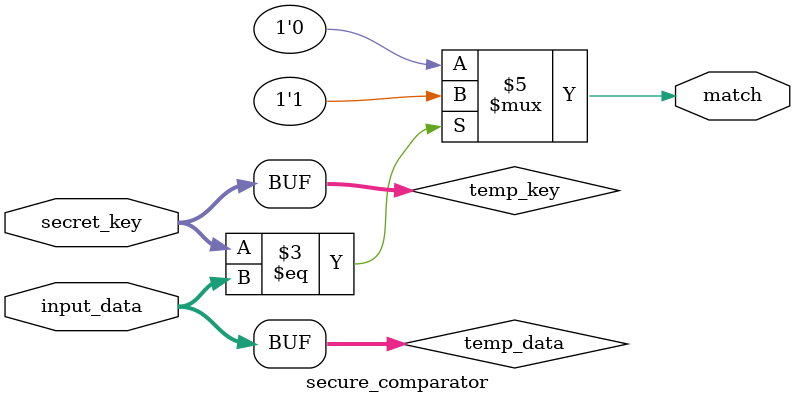
<source format=v>
module secure_comparator (
    input wire [7:0] secret_key,
    input wire [7:0] input_data,
    output reg match
);

    reg [7:0] temp_key;
    reg [7:0] temp_data;

    always @(*) begin
        temp_key = secret_key;
        temp_data = input_data;
        match = 0;
        
        if (temp_key[0] == 1'b1) begin
            #1; // Introduce delay if the LSB of the key is 1
        end

        if (temp_key == temp_data) begin
            match = 1;
        end
    end

endmodule
</source>
